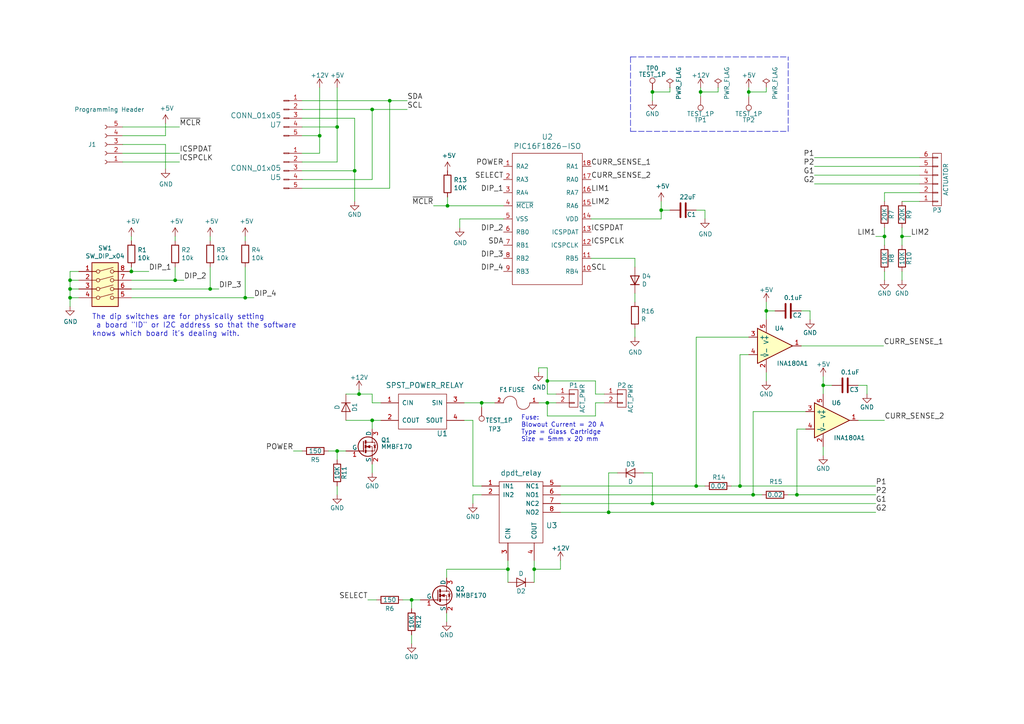
<source format=kicad_sch>
(kicad_sch (version 20211123) (generator eeschema)
  (paper "A4")
  (title_block (title "RLCS Relay_Board") (date "2022-11-25") (rev "A") (company "Waterloo Rocketry Team"))
  (lib_symbols
    (symbol "Connector:Conn_01x05_Female" (pin_names (offset 1.016) hide)
      (property "Reference" "J" (at 0 7.62 0))
      (property "Value" "Conn_01x05_Female" (at 0 -7.62 0))
      (symbol "Conn_01x05_Female_1_1"
        (arc (start 0 -4.572) (mid -0.508 -5.08) (end 0 -5.588) (stroke (width 0.1524)))
        (arc (start 0 -2.032) (mid -0.508 -2.54) (end 0 -3.048) (stroke (width 0.1524)))
        (polyline (pts (xy -1.27 -5.08) (xy -0.508 -5.08)) (stroke (width 0.1524)))
        (polyline (pts (xy -1.27 -2.54) (xy -0.508 -2.54)) (stroke (width 0.1524)))
        (polyline (pts (xy -1.27 0) (xy -0.508 0)) (stroke (width 0.1524)))
        (polyline (pts (xy -1.27 2.54) (xy -0.508 2.54)) (stroke (width 0.1524)))
        (polyline (pts (xy -1.27 5.08) (xy -0.508 5.08)) (stroke (width 0.1524)))
        (arc (start 0 0.508) (mid -0.508 0) (end 0 -0.508) (stroke (width 0.1524)))
        (arc (start 0 3.048) (mid -0.508 2.54) (end 0 2.032) (stroke (width 0.1524)))
        (arc (start 0 5.588) (mid -0.508 5.08) (end 0 4.572) (stroke (width 0.1524)))
        (pin passive line (at -5.08 5.08 0) (length 3.81) (name "Pin_1") (number "1"))
        (pin passive line (at -5.08 2.54 0) (length 3.81) (name "Pin_2") (number "2"))
        (pin passive line (at -5.08 0 0) (length 3.81) (name "Pin_3") (number "3"))
        (pin passive line (at -5.08 -2.54 0) (length 3.81) (name "Pin_4") (number "4"))
        (pin passive line (at -5.08 -5.08 0) (length 3.81) (name "Pin_5") (number "5"))
      )
    )
    (symbol "Device:C" (pin_numbers hide) (pin_names (offset 0.254))
      (property "Reference" "C" (at 0.635 2.54 0))
      (property "Value" "C" (at 0.635 -2.54 0))
      (symbol "C_0_1"
        (polyline (pts (xy -2.032 -0.762) (xy 2.032 -0.762)) (stroke (width 0.508)))
        (polyline (pts (xy -2.032 0.762) (xy 2.032 0.762)) (stroke (width 0.508)))
      )
      (symbol "C_1_1"
        (pin passive line (at 0 3.81 270) (length 2.794) (name "~") (number "1"))
        (pin passive line (at 0 -3.81 90) (length 2.794) (name "~") (number "2"))
      )
    )
    (symbol "Device:D" (pin_numbers hide) (pin_names (offset 1.016) hide)
      (property "Reference" "D" (at 0 2.54 0))
      (property "Value" "D" (at 0 -2.54 0))
      (symbol "D_0_1"
        (polyline (pts (xy -1.27 1.27) (xy -1.27 -1.27)) (stroke (width 0.254)))
        (polyline (pts (xy 1.27 0) (xy -1.27 0)))
        (polyline (pts (xy 1.27 1.27) (xy 1.27 -1.27) (xy -1.27 0) (xy 1.27 1.27)) (stroke (width 0.254)))
      )
      (symbol "D_1_1"
        (pin passive line (at -3.81 0 0) (length 2.54) (name "K") (number "1"))
        (pin passive line (at 3.81 0 180) (length 2.54) (name "A") (number "2"))
      )
    )
    (symbol "Device:R" (pin_numbers hide) (pin_names (offset 0))
      (property "Reference" "R" (at 2.032 0 90))
      (property "Value" "R" (at 0 0 90))
      (symbol "R_0_1"
        (rectangle (start -1.016 -2.54) (end 1.016 2.54) (stroke (width 0.254)))
      )
      (symbol "R_1_1"
        (pin passive line (at 0 3.81 270) (length 1.27) (name "~") (number "1"))
        (pin passive line (at 0 -3.81 90) (length 1.27) (name "~") (number "2"))
      )
    )
    (symbol "Switch:SW_DIP_x04" (pin_names (offset 0) hide)
      (property "Reference" "SW" (at 0 8.89 0))
      (property "Value" "SW_DIP_x04" (at 0 -6.35 0))
      (symbol "SW_DIP_x04_0_0"
        (circle (center -2.032 -2.54) (radius 0.508))
        (circle (center -2.032 0) (radius 0.508))
        (circle (center -2.032 2.54) (radius 0.508))
        (circle (center -2.032 5.08) (radius 0.508))
        (polyline (pts (xy -1.524 -2.3876) (xy 2.3622 -1.3462)))
        (polyline (pts (xy -1.524 0.127) (xy 2.3622 1.1684)))
        (polyline (pts (xy -1.524 2.667) (xy 2.3622 3.7084)))
        (polyline (pts (xy -1.524 5.207) (xy 2.3622 6.2484)))
        (circle (center 2.032 -2.54) (radius 0.508))
        (circle (center 2.032 0) (radius 0.508))
        (circle (center 2.032 2.54) (radius 0.508))
        (circle (center 2.032 5.08) (radius 0.508))
      )
      (symbol "SW_DIP_x04_0_1"
        (rectangle (start -3.81 7.62) (end 3.81 -5.08) (stroke (width 0.254)) (fill (type background)))
      )
      (symbol "SW_DIP_x04_1_1"
        (pin passive line (at -7.62 5.08 0) (length 5.08) (name "~") (number "1"))
        (pin passive line (at -7.62 2.54 0) (length 5.08) (name "~") (number "2"))
        (pin passive line (at -7.62 0 0) (length 5.08) (name "~") (number "3"))
        (pin passive line (at -7.62 -2.54 0) (length 5.08) (name "~") (number "4"))
        (pin passive line (at 7.62 -2.54 180) (length 5.08) (name "~") (number "5"))
        (pin passive line (at 7.62 0 180) (length 5.08) (name "~") (number "6"))
        (pin passive line (at 7.62 2.54 180) (length 5.08) (name "~") (number "7"))
        (pin passive line (at 7.62 5.08 180) (length 5.08) (name "~") (number "8"))
      )
    )
    (symbol "power:+5V" (power) (pin_names (offset 0))
      (property "Value" "+5V" (at 0 3.556 0))
      (symbol "+5V_0_1"
        (polyline (pts (xy -0.762 1.27) (xy 0 2.54)))
        (polyline (pts (xy 0 0) (xy 0 2.54)))
        (polyline (pts (xy 0 2.54) (xy 0.762 1.27)))
      )
      (symbol "+5V_1_1"
        (pin power_in line (at 0 0 90) (length 0) hide (name "+5V") (number "1"))
      )
    )
    (symbol "power:GND" (power) (pin_names (offset 0))
      (property "Value" "GND" (at 0 -3.81 0))
      (symbol "GND_0_1"
        (polyline (pts (xy 0 0) (xy 0 -1.27) (xy 1.27 -1.27) (xy 0 -2.54) (xy -1.27 -1.27) (xy 0 -1.27)))
      )
      (symbol "GND_1_1"
        (pin power_in line (at 0 0 270) (length 0) hide (name "GND") (number "1"))
      )
    )
    (symbol "power:PWR_FLAG" (power) (pin_numbers hide) (pin_names (offset 0) hide)
      (property "Value" "PWR_FLAG" (at 0 3.81 0))
      (symbol "PWR_FLAG_0_0"
        (pin power_out line (at 0 0 90) (length 0) (name "pwr") (number "1"))
      )
      (symbol "PWR_FLAG_0_1"
        (polyline (pts (xy 0 0) (xy 0 1.27) (xy -1.016 1.905) (xy 0 2.54) (xy 1.016 1.905) (xy 0 1.27)))
      )
    )
    (symbol "rlcsv4_modular-rescue:+12V-rlcsv3_modular-rescue" (power) (pin_names (offset 0))
      (property "Value" "+12V-rlcsv3_modular-rescue" (at 0 3.556 0))
      (symbol "+12V-rlcsv3_modular-rescue_0_1"
        (polyline (pts (xy -0.762 1.27) (xy 0 2.54)))
        (polyline (pts (xy 0 0) (xy 0 2.54)))
        (polyline (pts (xy 0 2.54) (xy 0.762 1.27)))
      )
      (symbol "+12V-rlcsv3_modular-rescue_1_1"
        (pin power_in line (at 0 0 90) (length 0) hide (name "+12V") (number "1"))
      )
    )
    (symbol "rlcsv4_modular-rescue:+5V-rlcsv3_modular-rescue" (power) (pin_names (offset 0))
      (property "Value" "+5V-rlcsv3_modular-rescue" (at 0 3.556 0))
      (symbol "+5V-rlcsv3_modular-rescue_0_1"
        (polyline (pts (xy -0.762 1.27) (xy 0 2.54)))
        (polyline (pts (xy 0 0) (xy 0 2.54)))
        (polyline (pts (xy 0 2.54) (xy 0.762 1.27)))
      )
      (symbol "+5V-rlcsv3_modular-rescue_1_1"
        (pin power_in line (at 0 0 90) (length 0) hide (name "+5V") (number "1"))
      )
    )
    (symbol "rlcsv4_modular-rescue:C-rlcsv3_modular-rescue" (pin_numbers hide) (pin_names (offset 0.254))
      (property "Reference" "C" (at 0.635 2.54 0))
      (property "Value" "C-rlcsv3_modular-rescue" (at 0.635 -2.54 0))
      (symbol "C-rlcsv3_modular-rescue_0_1"
        (polyline (pts (xy -2.032 -0.762) (xy 2.032 -0.762)) (stroke (width 0.508)))
        (polyline (pts (xy -2.032 0.762) (xy 2.032 0.762)) (stroke (width 0.508)))
      )
      (symbol "C-rlcsv3_modular-rescue_1_1"
        (pin passive line (at 0 3.81 270) (length 2.794) (name "~") (number "1"))
        (pin passive line (at 0 -3.81 90) (length 2.794) (name "~") (number "2"))
      )
    )
    (symbol "rlcsv4_modular-rescue:CONN_01X02-rlcsv3_modular-rescue" (pin_names (offset 1.016) hide)
      (property "Reference" "J" (at 0 3.81 0))
      (property "Value" "CONN_01X02-rlcsv3_modular-rescue" (at 2.54 0 90))
      (symbol "CONN_01X02-rlcsv3_modular-rescue_0_1"
        (rectangle (start -1.27 -1.143) (end 0.254 -1.397))
        (rectangle (start -1.27 1.397) (end 0.254 1.143))
        (rectangle (start -1.27 2.54) (end 1.27 -2.54))
      )
      (symbol "CONN_01X02-rlcsv3_modular-rescue_1_1"
        (pin passive line (at -5.08 1.27 0) (length 3.81) (name "P1") (number "1"))
        (pin passive line (at -5.08 -1.27 0) (length 3.81) (name "P2") (number "2"))
      )
    )
    (symbol "rlcsv4_modular-rescue:CONN_01X06-rlcsv3_modular-rescue" (pin_names (offset 1.016) hide)
      (property "Reference" "J" (at 0 8.89 0))
      (property "Value" "CONN_01X06-rlcsv3_modular-rescue" (at 2.54 0 90))
      (symbol "CONN_01X06-rlcsv3_modular-rescue_0_1"
        (rectangle (start -1.27 -6.223) (end 0.254 -6.477))
        (rectangle (start -1.27 -3.683) (end 0.254 -3.937))
        (rectangle (start -1.27 -1.143) (end 0.254 -1.397))
        (rectangle (start -1.27 1.397) (end 0.254 1.143))
        (rectangle (start -1.27 3.937) (end 0.254 3.683))
        (rectangle (start -1.27 6.477) (end 0.254 6.223))
        (rectangle (start -1.27 7.62) (end 1.27 -7.62))
      )
      (symbol "CONN_01X06-rlcsv3_modular-rescue_1_1"
        (pin passive line (at -5.08 6.35 0) (length 3.81) (name "P1") (number "1"))
        (pin passive line (at -5.08 3.81 0) (length 3.81) (name "P2") (number "2"))
        (pin passive line (at -5.08 1.27 0) (length 3.81) (name "P3") (number "3"))
        (pin passive line (at -5.08 -1.27 0) (length 3.81) (name "P4") (number "4"))
        (pin passive line (at -5.08 -3.81 0) (length 3.81) (name "P5") (number "5"))
        (pin passive line (at -5.08 -6.35 0) (length 3.81) (name "P6") (number "6"))
      )
    )
    (symbol "rlcsv4_modular-rescue:CONN_01x05-rlcsv3_modular-rescue" (pin_names (offset 1.016))
      (property "Reference" "U" (at 0 2.54 0))
      (property "Value" "CONN_01x05-rlcsv3_modular-rescue" (at 3.81 -3.81 90))
      (symbol "CONN_01x05-rlcsv3_modular-rescue_1_1"
        (rectangle (start 0 -10.033) (end 1.524 -10.287))
        (rectangle (start 0 -7.493) (end 1.524 -7.747))
        (rectangle (start 0 -4.953) (end 1.524 -5.207))
        (rectangle (start 0 -2.413) (end 1.524 -2.667))
        (rectangle (start 0 0.127) (end 1.524 -0.127))
        (pin passive line (at -3.81 -10.16 0) (length 3.81) (name "~") (number "1"))
        (pin passive line (at -3.81 -7.62 0) (length 3.81) (name "~") (number "2"))
        (pin passive line (at -3.81 -5.08 0) (length 3.81) (name "~") (number "3"))
        (pin passive line (at -3.81 -2.54 0) (length 3.81) (name "~") (number "4"))
        (pin passive line (at -3.81 0 0) (length 3.81) (name "~") (number "5"))
      )
    )
    (symbol "rlcsv4_modular-rescue:D-rlcsv3_modular-rescue" (pin_numbers hide) (pin_names (offset 1.016) hide)
      (property "Reference" "D" (at 0 2.54 0))
      (property "Value" "D-rlcsv3_modular-rescue" (at 0 -2.54 0))
      (symbol "D-rlcsv3_modular-rescue_0_1"
        (polyline (pts (xy -1.27 1.27) (xy -1.27 -1.27)) (stroke (width 0.2032)))
        (polyline (pts (xy 1.27 0) (xy -1.27 0)))
        (polyline (pts (xy 1.27 1.27) (xy 1.27 -1.27) (xy -1.27 0) (xy 1.27 1.27)) (stroke (width 0.2032)))
      )
      (symbol "D-rlcsv3_modular-rescue_1_1"
        (pin passive line (at -3.81 0 0) (length 2.54) (name "K") (number "1"))
        (pin passive line (at 3.81 0 180) (length 2.54) (name "A") (number "2"))
      )
    )
    (symbol "rlcsv4_modular-rescue:FUSE-rlcsv3_modular-rescue" (pin_names (offset 0.254))
      (property "Reference" "F" (at 2.54 1.27 0))
      (property "Value" "FUSE-rlcsv3_modular-rescue" (at -2.54 -1.27 0))
      (symbol "FUSE-rlcsv3_modular-rescue_0_1"
        (arc (start 0 0) (mid -1.905 1.905) (end -3.81 0))
        (arc (start 0 0) (mid 1.905 -1.905) (end 3.81 0))
      )
      (symbol "FUSE-rlcsv3_modular-rescue_1_1"
        (pin input line (at -6.35 0 0) (length 2.54) (name "~") (number "1"))
        (pin input line (at 6.35 0 180) (length 2.54) (name "~") (number "2"))
      )
    )
    (symbol "rlcsv4_modular-rescue:GND-rlcsv3_modular-rescue" (power) (pin_names (offset 0))
      (property "Value" "GND-rlcsv3_modular-rescue" (at 0 -3.81 0))
      (symbol "GND-rlcsv3_modular-rescue_0_1"
        (polyline (pts (xy 0 0) (xy 0 -1.27) (xy 1.27 -1.27) (xy 0 -2.54) (xy -1.27 -1.27) (xy 0 -1.27)))
      )
      (symbol "GND-rlcsv3_modular-rescue_1_1"
        (pin power_in line (at 0 0 270) (length 0) hide (name "GND") (number "1"))
      )
    )
    (symbol "rlcsv4_modular-rescue:MCP601-rlcsv3_modular-rescue"
      (property "Reference" "U" (at 1.27 5.08 0))
      (property "Value" "MCP601-rlcsv3_modular-rescue" (at 5.08 -5.08 0))
      (symbol "MCP601-rlcsv3_modular-rescue_0_1"
        (polyline (pts (xy -5.08 5.08) (xy 5.08 0) (xy -5.08 -5.08) (xy -5.08 5.08)) (stroke (width 0.254)) (fill (type background)))
      )
      (symbol "MCP601-rlcsv3_modular-rescue_1_1"
        (pin output line (at 7.62 0 180) (length 2.54) (name "~") (number "1"))
        (pin input line (at -2.54 -7.62 90) (length 3.81) (name "V-") (number "2"))
        (pin input line (at -7.62 2.54 0) (length 2.54) (name "+") (number "3"))
        (pin input line (at -7.62 -2.54 0) (length 2.54) (name "-") (number "4"))
        (pin input line (at -2.54 7.62 270) (length 3.81) (name "V+") (number "5"))
      )
    )
    (symbol "rlcsv4_modular-rescue:MMBF170-rlcsv3_modular-rescue" (pin_names (offset 0))
      (property "Reference" "Q" (at 5.08 1.905 0))
      (property "Value" "MMBF170-rlcsv3_modular-rescue" (at 5.08 0 0))
      (symbol "MMBF170-rlcsv3_modular-rescue_0_1"
        (polyline (pts (xy 0.635 -1.016) (xy 0.635 -1.651)) (stroke (width 0.508)))
        (polyline (pts (xy 0.635 0.381) (xy 0.635 -0.381)) (stroke (width 0.508)))
        (polyline (pts (xy 0.635 1.651) (xy 0.635 1.016)) (stroke (width 0.508)))
        (polyline (pts (xy 3.048 0.381) (xy 2.921 0.254)))
        (polyline (pts (xy 3.048 0.381) (xy 3.556 0.381)))
        (polyline (pts (xy 3.556 0.381) (xy 3.683 0.508)))
        (polyline (pts (xy 0 1.524) (xy 0 -1.524) (xy 0 -1.524)) (stroke (width 0.254)))
        (polyline (pts (xy 0.762 -1.27) (xy 2.54 -1.27) (xy 2.54 -2.54) (xy 2.54 -2.54)))
        (polyline (pts (xy 0.762 1.27) (xy 2.54 1.27) (xy 2.54 2.54) (xy 2.54 2.54)))
        (polyline (pts (xy 2.54 1.27) (xy 3.302 1.27) (xy 3.302 -1.27) (xy 2.54 -1.27)))
        (polyline (pts (xy 3.302 0.381) (xy 3.048 -0.254) (xy 3.556 -0.254) (xy 3.302 0.381)) (fill (type outline)))
        (polyline (pts (xy 0.762 0) (xy 1.27 0) (xy 2.54 0) (xy 2.54 -1.27) (xy 2.54 -1.27)))
        (polyline (pts (xy 0.889 0) (xy 1.905 0.381) (xy 1.905 -0.381) (xy 0.889 0) (xy 1.016 0) (xy 1.016 0)) (fill (type outline)))
        (circle (center 1.27 0) (radius 2.8194) (stroke (width 0.254)))
        (circle (center 2.54 -1.27) (radius 0.127))
        (circle (center 2.54 1.27) (radius 0.127))
      )
      (symbol "MMBF170-rlcsv3_modular-rescue_1_1"
        (pin input line (at -5.08 -1.27 0) (length 5.08) (name "G") (number "1"))
        (pin passive line (at 2.54 -5.08 90) (length 2.54) (name "S") (number "2"))
        (pin passive line (at 2.54 5.08 270) (length 2.54) (name "D") (number "3"))
      )
    )
    (symbol "rlcsv4_modular-rescue:PIC16F1826-ISO-rlcsv3_modular-rescue" (pin_names (offset 1.016))
      (property "Reference" "U" (at 0 11.43 0))
      (property "Value" "PIC16F1826-ISO-rlcsv3_modular-rescue" (at 0 13.97 0))
      (symbol "PIC16F1826-ISO-rlcsv3_modular-rescue_0_1"
        (rectangle (start -10.16 10.16) (end 10.16 -27.94))
      )
      (symbol "PIC16F1826-ISO-rlcsv3_modular-rescue_1_1"
        (pin input line (at -12.7 6.35 0) (length 2.54) (name "RA2") (number "1"))
        (pin input line (at 12.7 -24.13 180) (length 2.54) (name "RB4") (number "10"))
        (pin input line (at 12.7 -20.32 180) (length 2.54) (name "RB5") (number "11"))
        (pin input line (at 12.7 -16.51 180) (length 2.54) (name "ICSPCLK") (number "12"))
        (pin input line (at 12.7 -12.7 180) (length 2.54) (name "ICSPDAT") (number "13"))
        (pin input line (at 12.7 -8.89 180) (length 2.54) (name "VDD") (number "14"))
        (pin input line (at 12.7 -5.08 180) (length 2.54) (name "RA6") (number "15"))
        (pin input line (at 12.7 -1.27 180) (length 2.54) (name "RA7") (number "16"))
        (pin input line (at 12.7 2.54 180) (length 2.54) (name "RA0") (number "17"))
        (pin input line (at 12.7 6.35 180) (length 2.54) (name "RA1") (number "18"))
        (pin input line (at -12.7 2.54 0) (length 2.54) (name "RA3") (number "2"))
        (pin input line (at -12.7 -1.27 0) (length 2.54) (name "RA4") (number "3"))
        (pin input line (at -12.7 -5.08 0) (length 2.54) (name "~{MCLR}") (number "4"))
        (pin input line (at -12.7 -8.89 0) (length 2.54) (name "VSS") (number "5"))
        (pin input line (at -12.7 -12.7 0) (length 2.54) (name "RB0") (number "6"))
        (pin input line (at -12.7 -16.51 0) (length 2.54) (name "RB1") (number "7"))
        (pin input line (at -12.7 -20.32 0) (length 2.54) (name "RB2") (number "8"))
        (pin input line (at -12.7 -24.13 0) (length 2.54) (name "RB3") (number "9"))
      )
    )
    (symbol "rlcsv4_modular-rescue:R-rlcsv3_modular-rescue" (pin_numbers hide) (pin_names (offset 0))
      (property "Reference" "R" (at 2.032 0 90))
      (property "Value" "R-rlcsv3_modular-rescue" (at 0 0 90))
      (symbol "R-rlcsv3_modular-rescue_0_1"
        (rectangle (start -1.016 -2.54) (end 1.016 2.54) (stroke (width 0.254)))
      )
      (symbol "R-rlcsv3_modular-rescue_1_1"
        (pin passive line (at 0 3.81 270) (length 1.27) (name "~") (number "1"))
        (pin passive line (at 0 -3.81 90) (length 1.27) (name "~") (number "2"))
      )
    )
    (symbol "rlcsv4_modular-rescue:SPST_POWER_RELAY-rlcsv3_modular-rescue" (pin_names (offset 1.016))
      (property "Reference" "U" (at 5.08 -13.97 0))
      (property "Value" "SPST_POWER_RELAY-rlcsv3_modular-rescue" (at 0 0 0))
      (symbol "SPST_POWER_RELAY-rlcsv3_modular-rescue_0_1"
        (rectangle (start -7.62 -2.54) (end 6.35 -12.7))
      )
      (symbol "SPST_POWER_RELAY-rlcsv3_modular-rescue_1_1"
        (pin input line (at -12.7 -5.08 0) (length 5.08) (name "CIN") (number "1"))
        (pin output line (at -12.7 -10.16 0) (length 5.08) (name "COUT") (number "2"))
        (pin input line (at 11.43 -5.08 180) (length 5.08) (name "SIN") (number "3"))
        (pin output line (at 11.43 -10.16 180) (length 5.08) (name "SOUT") (number "4"))
      )
    )
    (symbol "rlcsv4_modular-rescue:TEST_1P-rlcsv3_modular-rescue" (pin_numbers hide) (pin_names (offset 0.762) hide)
      (property "Reference" "J" (at 0 6.858 0))
      (property "Value" "TEST_1P-rlcsv3_modular-rescue" (at 0 5.08 0))
      (symbol "TEST_1P-rlcsv3_modular-rescue_0_1"
        (circle (center 0 3.302) (radius 0.762))
      )
      (symbol "TEST_1P-rlcsv3_modular-rescue_1_1"
        (pin passive line (at 0 0 90) (length 2.54) (name "1") (number "1"))
      )
    )
    (symbol "rlcsv4_modular-rescue:dpdt_relay-rlcsv3_modular-rescue" (pin_names (offset 1.016))
      (property "Reference" "U" (at 8.89 -15.24 0))
      (property "Value" "dpdt_relay-rlcsv3_modular-rescue" (at 0 0 0))
      (symbol "dpdt_relay-rlcsv3_modular-rescue_0_1"
        (rectangle (start -6.35 -2.54) (end 6.35 -20.32))
      )
      (symbol "dpdt_relay-rlcsv3_modular-rescue_1_1"
        (pin input line (at -11.43 -3.81 0) (length 5.08) (name "IN1") (number "1"))
        (pin input line (at -11.43 -6.35 0) (length 5.08) (name "IN2") (number "2"))
        (pin input line (at -3.81 -25.4 90) (length 5.08) (name "CIN") (number "3"))
        (pin input line (at 3.81 -25.4 90) (length 5.08) (name "COUT") (number "4"))
        (pin input line (at 11.43 -3.81 180) (length 5.08) (name "NC1") (number "5"))
        (pin input line (at 11.43 -6.35 180) (length 5.08) (name "NO1") (number "6"))
        (pin input line (at 11.43 -8.89 180) (length 5.08) (name "NC2") (number "7"))
        (pin input line (at 11.43 -11.43 180) (length 5.08) (name "NO2") (number "8"))
      )
    )
  )
  (junction (at 20.32 86.36))
  (junction (at 38.1 78.74))
  (junction (at 129.794 59.69))
  (junction (at 139.7 116.84))
  (junction (at 176.53 148.59))
  (junction (at 104.14 114.3))
  (junction (at 97.79 36.83))
  (junction (at 158.75 116.84))
  (junction (at 107.95 121.92))
  (junction (at 113.03 29.21))
  (junction (at 97.79 130.81))
  (junction (at 20.32 81.28))
  (junction (at 60.96 83.82))
  (junction (at 261.62 68.58))
  (junction (at 189.23 146.05))
  (junction (at 158.75 110.49))
  (junction (at 217.17 26.67))
  (junction (at 191.77 60.96))
  (junction (at 119.38 173.99))
  (junction (at 102.87 49.53))
  (junction (at 147.32 165.1))
  (junction (at 218.44 143.51))
  (junction (at 154.94 165.1))
  (junction (at 231.14 143.51))
  (junction (at 20.32 83.82))
  (junction (at 71.12 86.36))
  (junction (at 214.63 140.97))
  (junction (at 189.23 26.67))
  (junction (at 238.76 111.76))
  (junction (at 50.8 81.28))
  (junction (at 201.93 140.97))
  (junction (at 203.2 26.67))
  (junction (at 107.95 31.75))
  (junction (at 222.25 90.17))
  (junction (at 92.71 39.37))
  (junction (at 256.54 68.58))
  (polyline (pts (xy 182.88 16.51) (xy 228.6 16.51)))
  (wire (pts (xy 261.62 68.58) (xy 261.62 66.04)))
  (wire (pts (xy 158.75 120.65) (xy 172.72 120.65)))
  (wire (pts (xy 231.14 143.51) (xy 254 143.51)))
  (wire (pts (xy 218.44 119.38) (xy 233.68 119.38)))
  (wire (pts (xy 143.51 116.84) (xy 139.7 116.84)))
  (wire (pts (xy 154.94 165.1) (xy 162.56 165.1)))
  (wire (pts (xy 176.53 148.59) (xy 254 148.59)))
  (wire (pts (xy 176.53 137.16) (xy 176.53 148.59)))
  (wire (pts (xy 261.62 68.58) (xy 261.62 71.12)))
  (wire (pts (xy 214.63 102.87) (xy 214.63 140.97)))
  (wire (pts (xy 71.12 68.58) (xy 71.12 69.85)))
  (wire (pts (xy 53.34 81.28) (xy 50.8 81.28)))
  (wire (pts (xy 20.32 83.82) (xy 20.32 86.36)))
  (wire (pts (xy 60.96 83.82) (xy 38.1 83.82)))
  (wire (pts (xy 35.56 46.99) (xy 52.07 46.99)))
  (wire (pts (xy 201.93 60.96) (xy 204.47 60.96)))
  (wire (pts (xy 184.15 74.93) (xy 171.45 74.93)))
  (wire (pts (xy 158.75 116.84) (xy 158.75 120.65)))
  (wire (pts (xy 217.17 102.87) (xy 214.63 102.87)))
  (wire (pts (xy 113.03 29.21) (xy 113.03 54.61)))
  (wire (pts (xy 156.21 116.84) (xy 158.75 116.84)))
  (wire (pts (xy 104.14 113.03) (xy 104.14 114.3)))
  (wire (pts (xy 134.62 116.84) (xy 139.7 116.84)))
  (wire (pts (xy 189.23 146.05) (xy 254 146.05)))
  (wire (pts (xy 22.86 83.82) (xy 20.32 83.82)))
  (wire (pts (xy 220.98 143.51) (xy 218.44 143.51)))
  (wire (pts (xy 102.87 49.53) (xy 102.87 58.42)))
  (wire (pts (xy 137.16 143.51) (xy 139.7 143.51)))
  (wire (pts (xy 228.6 143.51) (xy 231.14 143.51)))
  (wire (pts (xy 107.95 137.16) (xy 107.95 134.62)))
  (wire (pts (xy 116.84 173.99) (xy 119.38 173.99)))
  (wire (pts (xy 106.68 173.99) (xy 109.22 173.99)))
  (wire (pts (xy 191.77 60.96) (xy 194.31 60.96)))
  (wire (pts (xy 87.63 29.21) (xy 113.03 29.21)))
  (wire (pts (xy 100.33 114.3) (xy 104.14 114.3)))
  (wire (pts (xy 48.006 35.814) (xy 48.006 39.37)))
  (wire (pts (xy 87.63 36.83) (xy 97.79 36.83)))
  (wire (pts (xy 137.16 121.92) (xy 134.62 121.92)))
  (wire (pts (xy 129.54 165.1) (xy 129.54 167.64)))
  (wire (pts (xy 217.17 97.79) (xy 201.93 97.79)))
  (wire (pts (xy 222.25 110.49) (xy 222.25 107.95)))
  (wire (pts (xy 251.46 111.76) (xy 251.46 114.3)))
  (wire (pts (xy 238.76 111.76) (xy 238.76 114.3)))
  (wire (pts (xy 162.56 143.51) (xy 218.44 143.51)))
  (wire (pts (xy 238.76 129.54) (xy 238.76 132.08)))
  (wire (pts (xy 172.72 116.84) (xy 172.72 120.65)))
  (wire (pts (xy 73.66 86.36) (xy 71.12 86.36)))
  (wire (pts (xy 248.92 111.76) (xy 251.46 111.76)))
  (wire (pts (xy 97.79 130.81) (xy 97.79 133.35)))
  (wire (pts (xy 71.12 77.47) (xy 71.12 86.36)))
  (wire (pts (xy 186.69 137.16) (xy 189.23 137.16)))
  (wire (pts (xy 264.16 68.58) (xy 261.62 68.58)))
  (wire (pts (xy 154.94 168.91) (xy 154.94 165.1)))
  (wire (pts (xy 71.12 86.36) (xy 38.1 86.36)))
  (wire (pts (xy 256.54 81.28) (xy 256.54 78.74)))
  (wire (pts (xy 256.54 58.42) (xy 256.54 55.88)))
  (wire (pts (xy 203.2 26.67) (xy 203.2 27.94)))
  (wire (pts (xy 236.22 50.8) (xy 266.7 50.8)))
  (wire (pts (xy 87.63 46.99) (xy 97.79 46.99)))
  (wire (pts (xy 137.16 140.97) (xy 139.7 140.97)))
  (wire (pts (xy 212.09 140.97) (xy 214.63 140.97)))
  (wire (pts (xy 231.14 124.46) (xy 231.14 143.51)))
  (wire (pts (xy 184.15 87.63) (xy 184.15 85.09)))
  (wire (pts (xy 92.71 39.37) (xy 92.71 44.45)))
  (wire (pts (xy 107.95 116.84) (xy 107.95 114.3)))
  (wire (pts (xy 87.63 54.61) (xy 113.03 54.61)))
  (wire (pts (xy 92.71 25.4) (xy 92.71 39.37)))
  (wire (pts (xy 158.75 114.3) (xy 158.75 110.49)))
  (wire (pts (xy 60.96 77.47) (xy 60.96 83.82)))
  (wire (pts (xy 236.22 48.26) (xy 266.7 48.26)))
  (wire (pts (xy 38.1 81.28) (xy 50.8 81.28)))
  (wire (pts (xy 175.26 114.3) (xy 172.72 114.3)))
  (wire (pts (xy 194.31 25.4) (xy 194.31 26.67)))
  (wire (pts (xy 129.794 57.15) (xy 129.794 59.69)))
  (wire (pts (xy 224.79 90.17) (xy 222.25 90.17)))
  (wire (pts (xy 125.73 59.69) (xy 129.794 59.69)))
  (wire (pts (xy 35.56 36.83) (xy 52.07 36.83)))
  (wire (pts (xy 162.56 162.56) (xy 162.56 165.1)))
  (wire (pts (xy 162.56 140.97) (xy 201.93 140.97)))
  (wire (pts (xy 217.17 25.4) (xy 217.17 26.67)))
  (wire (pts (xy 119.38 173.99) (xy 119.38 176.53)))
  (wire (pts (xy 119.38 186.69) (xy 119.38 184.15)))
  (wire (pts (xy 100.33 121.92) (xy 107.95 121.92)))
  (wire (pts (xy 184.15 77.47) (xy 184.15 74.93)))
  (wire (pts (xy 147.32 165.1) (xy 147.32 168.91)))
  (wire (pts (xy 113.03 29.21) (xy 118.11 29.21)))
  (wire (pts (xy 133.35 63.5) (xy 146.05 63.5)))
  (wire (pts (xy 238.76 109.22) (xy 238.76 111.76)))
  (wire (pts (xy 20.32 86.36) (xy 20.32 88.9)))
  (wire (pts (xy 107.95 31.75) (xy 118.11 31.75)))
  (wire (pts (xy 102.87 34.29) (xy 102.87 49.53)))
  (wire (pts (xy 20.32 78.74) (xy 20.32 81.28)))
  (wire (pts (xy 154.94 162.56) (xy 154.94 165.1)))
  (wire (pts (xy 194.31 26.67) (xy 189.23 26.67)))
  (wire (pts (xy 104.14 114.3) (xy 107.95 114.3)))
  (wire (pts (xy 222.25 90.17) (xy 222.25 92.71)))
  (wire (pts (xy 238.76 111.76) (xy 241.3 111.76)))
  (wire (pts (xy 139.7 118.11) (xy 139.7 116.84)))
  (wire (pts (xy 201.93 97.79) (xy 201.93 140.97)))
  (wire (pts (xy 191.77 60.96) (xy 191.77 63.5)))
  (wire (pts (xy 222.25 25.4) (xy 222.25 26.67)))
  (wire (pts (xy 22.86 78.74) (xy 20.32 78.74)))
  (wire (pts (xy 254 68.58) (xy 256.54 68.58)))
  (wire (pts (xy 119.38 173.99) (xy 121.92 173.99)))
  (wire (pts (xy 204.47 60.96) (xy 204.47 63.5)))
  (wire (pts (xy 38.1 69.85) (xy 38.1 68.58)))
  (wire (pts (xy 85.09 130.81) (xy 87.63 130.81)))
  (wire (pts (xy 92.71 44.45) (xy 87.63 44.45)))
  (wire (pts (xy 232.41 100.33) (xy 256.286 100.33)))
  (wire (pts (xy 179.07 137.16) (xy 176.53 137.16)))
  (wire (pts (xy 97.79 25.4) (xy 97.79 36.83)))
  (wire (pts (xy 87.63 34.29) (xy 102.87 34.29)))
  (wire (pts (xy 208.28 26.67) (xy 203.2 26.67)))
  (wire (pts (xy 107.95 121.92) (xy 110.49 121.92)))
  (wire (pts (xy 222.25 26.67) (xy 217.17 26.67)))
  (wire (pts (xy 234.95 90.17) (xy 234.95 92.71)))
  (wire (pts (xy 158.75 106.68) (xy 156.21 106.68)))
  (wire (pts (xy 137.16 143.51) (xy 137.16 146.05)))
  (polyline (pts (xy 182.88 38.1) (xy 228.6 38.1)))
  (wire (pts (xy 129.794 59.69) (xy 146.05 59.69)))
  (wire (pts (xy 97.79 36.83) (xy 97.79 46.99)))
  (wire (pts (xy 107.95 116.84) (xy 110.49 116.84)))
  (wire (pts (xy 256.54 68.58) (xy 256.54 66.04)))
  (wire (pts (xy 107.95 31.75) (xy 107.95 52.07)))
  (wire (pts (xy 266.7 58.42) (xy 261.62 58.42)))
  (wire (pts (xy 158.75 110.49) (xy 172.72 110.49)))
  (wire (pts (xy 87.63 49.53) (xy 102.87 49.53)))
  (wire (pts (xy 256.54 55.88) (xy 266.7 55.88)))
  (wire (pts (xy 129.54 177.8) (xy 129.54 180.34)))
  (wire (pts (xy 214.63 140.97) (xy 254 140.97)))
  (wire (pts (xy 87.63 52.07) (xy 107.95 52.07)))
  (wire (pts (xy 22.86 86.36) (xy 20.32 86.36)))
  (wire (pts (xy 158.75 110.49) (xy 158.75 106.68)))
  (wire (pts (xy 50.8 68.58) (xy 50.8 69.85)))
  (wire (pts (xy 256.54 68.58) (xy 256.54 71.12)))
  (wire (pts (xy 60.96 68.58) (xy 60.96 69.85)))
  (wire (pts (xy 175.26 116.84) (xy 172.72 116.84)))
  (wire (pts (xy 87.63 39.37) (xy 92.71 39.37)))
  (wire (pts (xy 137.16 121.92) (xy 137.16 140.97)))
  (wire (pts (xy 97.79 130.81) (xy 100.33 130.81)))
  (wire (pts (xy 107.95 121.92) (xy 107.95 124.46)))
  (wire (pts (xy 35.56 44.45) (xy 52.07 44.45)))
  (wire (pts (xy 236.22 45.72) (xy 266.7 45.72)))
  (wire (pts (xy 22.86 81.28) (xy 20.32 81.28)))
  (wire (pts (xy 203.2 25.4) (xy 203.2 26.67)))
  (wire (pts (xy 233.68 124.46) (xy 231.14 124.46)))
  (wire (pts (xy 48.006 41.91) (xy 48.006 49.022)))
  (wire (pts (xy 97.79 143.51) (xy 97.79 140.97)))
  (wire (pts (xy 95.25 130.81) (xy 97.79 130.81)))
  (wire (pts (xy 162.56 148.59) (xy 176.53 148.59)))
  (wire (pts (xy 133.35 66.04) (xy 133.35 63.5)))
  (wire (pts (xy 222.25 87.63) (xy 222.25 90.17)))
  (wire (pts (xy 218.44 143.51) (xy 218.44 119.38)))
  (wire (pts (xy 162.56 146.05) (xy 189.23 146.05)))
  (polyline (pts (xy 182.88 16.51) (xy 182.88 38.1)))
  (wire (pts (xy 156.21 106.68) (xy 156.21 107.95)))
  (wire (pts (xy 189.23 137.16) (xy 189.23 146.05)))
  (wire (pts (xy 172.72 114.3) (xy 172.72 110.49)))
  (wire (pts (xy 191.77 58.42) (xy 191.77 60.96)))
  (wire (pts (xy 204.47 140.97) (xy 201.93 140.97)))
  (wire (pts (xy 63.5 83.82) (xy 60.96 83.82)))
  (wire (pts (xy 171.45 63.5) (xy 191.77 63.5)))
  (wire (pts (xy 248.92 121.92) (xy 256.54 121.92)))
  (wire (pts (xy 208.28 25.4) (xy 208.28 26.67)))
  (wire (pts (xy 161.29 116.84) (xy 158.75 116.84)))
  (wire (pts (xy 147.32 162.56) (xy 147.32 165.1)))
  (wire (pts (xy 232.41 90.17) (xy 234.95 90.17)))
  (wire (pts (xy 129.54 165.1) (xy 147.32 165.1)))
  (wire (pts (xy 35.56 41.91) (xy 48.006 41.91)))
  (wire (pts (xy 43.18 78.74) (xy 38.1 78.74)))
  (polyline (pts (xy 228.6 38.1) (xy 228.6 16.51)))
  (wire (pts (xy 87.63 31.75) (xy 107.95 31.75)))
  (wire (pts (xy 50.8 81.28) (xy 50.8 77.47)))
  (wire (pts (xy 48.006 39.37) (xy 35.56 39.37)))
  (wire (pts (xy 189.23 26.67) (xy 189.23 29.21)))
  (wire (pts (xy 161.29 114.3) (xy 158.75 114.3)))
  (wire (pts (xy 236.22 53.34) (xy 266.7 53.34)))
  (wire (pts (xy 20.32 81.28) (xy 20.32 83.82)))
  (wire (pts (xy 217.17 26.67) (xy 217.17 27.94)))
  (wire (pts (xy 184.15 95.25) (xy 184.15 97.79)))
  (wire (pts (xy 38.1 77.47) (xy 38.1 78.74)))
  (wire (pts (xy 261.62 78.74) (xy 261.62 81.28)))
  (text "Fuse: \nBlowout Current = 20 A\nType = Glass Cartridge\nSize = 5mm x 20 mm" (at 151.13 128.27 0) (effects (font (size 1.3 1.3)) (justify left bottom)))
  (text "The dip switches are for physically setting\n a board \"ID\" or I2C address so that the software \nknows which board it's dealing with." (at 26.67 97.79 0) (effects (font (size 1.524 1.524)) (justify left bottom)))
  (label "~{MCLR}" (at 125.73 59.69 180) (effects (font (size 1.524 1.524))))
  (label "DIP_3" (at 63.5 83.82 0) (effects (font (size 1.524 1.524))))
  (label "CURR_SENSE_2" (at 256.54 121.92 0) (effects (font (size 1.524 1.524))))
  (label "ICSPCLK" (at 171.45 71.12 0) (effects (font (size 1.524 1.524))))
  (label "DIP_4" (at 146.05 78.74 180) (effects (font (size 1.524 1.524))))
  (label "POWER" (at 146.05 48.26 180) (effects (font (size 1.524 1.524))))
  (label "SCL" (at 171.45 78.74 0) (effects (font (size 1.524 1.524))))
  (label "SDA" (at 146.05 71.12 180) (effects (font (size 1.524 1.524))))
  (label "SELECT" (at 106.68 173.99 180) (effects (font (size 1.524 1.524))))
  (label "CURR_SENSE_1" (at 256.286 100.33 0) (effects (font (size 1.524 1.524))))
  (label "CURR_SENSE_2" (at 171.45 52.07 0) (effects (font (size 1.524 1.524))))
  (label "POWER" (at 85.09 130.81 180) (effects (font (size 1.524 1.524))))
  (label "ICSPDAT" (at 171.45 67.31 0) (effects (font (size 1.524 1.524))))
  (label "G2" (at 254 148.59 0) (effects (font (size 1.524 1.524))))
  (label "DIP_1" (at 43.18 78.74 0) (effects (font (size 1.524 1.524))))
  (label "P2" (at 254 143.51 0) (effects (font (size 1.524 1.524))))
  (label "SDA" (at 118.11 29.21 0) (effects (font (size 1.524 1.524))))
  (label "LIM2" (at 264.16 68.58 0) (effects (font (size 1.524 1.524))))
  (label "P2" (at 236.22 48.26 180) (effects (font (size 1.524 1.524))))
  (label "ICSPCLK" (at 52.07 46.99 0) (effects (font (size 1.524 1.524))))
  (label "DIP_4" (at 73.66 86.36 0) (effects (font (size 1.524 1.524))))
  (label "ICSPDAT" (at 52.07 44.45 0) (effects (font (size 1.524 1.524))))
  (label "G1" (at 254 146.05 0) (effects (font (size 1.524 1.524))))
  (label "DIP_2" (at 53.34 81.28 0) (effects (font (size 1.524 1.524))))
  (label "LIM1" (at 171.45 55.88 0) (effects (font (size 1.524 1.524))))
  (label "P1" (at 254 140.97 0) (effects (font (size 1.524 1.524))))
  (label "P1" (at 236.22 45.72 180) (effects (font (size 1.524 1.524))))
  (label "SCL" (at 118.11 31.75 0) (effects (font (size 1.524 1.524))))
  (label "~{MCLR}" (at 52.07 36.83 0) (effects (font (size 1.524 1.524))))
  (label "LIM1" (at 254 68.58 180) (effects (font (size 1.524 1.524))))
  (label "DIP_3" (at 146.05 74.93 180) (effects (font (size 1.524 1.524))))
  (label "G1" (at 236.22 50.8 180) (effects (font (size 1.524 1.524))))
  (label "G2" (at 236.22 53.34 180) (effects (font (size 1.524 1.524))))
  (label "CURR_SENSE_1" (at 171.45 48.26 0) (effects (font (size 1.524 1.524))))
  (label "DIP_1" (at 146.05 55.88 180) (effects (font (size 1.524 1.524))))
  (label "LIM2" (at 171.45 59.69 0) (effects (font (size 1.524 1.524))))
  (label "DIP_2" (at 146.05 67.31 180) (effects (font (size 1.524 1.524))))
  (label "SELECT" (at 146.05 52.07 180) (effects (font (size 1.524 1.524))))
  (symbol (lib_id "rlcsv4_modular-rescue:TEST_1P-rlcsv3_modular-rescue") (at 217.17 27.94 180) (unit 1)
    (property "Reference" "TP2" (at 217.17 34.798 0))
    (property "Value" "TEST_1P" (at 217.17 33.02 0))
    (property "Footprint" "Socket_Strips:Socket_Strip_Straight_1x01_Pitch2.54mm" (effects hide))
  )
  (symbol (lib_id "rlcsv4_modular-rescue:TEST_1P-rlcsv3_modular-rescue") (at 203.2 27.94 180) (unit 1)
    (property "Reference" "TP1" (at 203.2 34.798 0))
    (property "Value" "TEST_1P" (at 203.2 33.02 0))
    (property "Footprint" "Socket_Strips:Socket_Strip_Straight_1x01_Pitch2.54mm" (effects hide))
  )
  (symbol (lib_id "rlcsv4_modular-rescue:TEST_1P-rlcsv3_modular-rescue") (at 189.23 26.67 0) (unit 1)
    (property "Reference" "TP0" (at 189.23 19.812 0))
    (property "Value" "TEST_1P" (at 189.23 21.59 0))
    (property "Footprint" "Socket_Strips:Socket_Strip_Straight_1x01_Pitch2.54mm" (effects hide))
  )
  (symbol (lib_id "rlcsv4_modular-rescue:GND-rlcsv3_modular-rescue") (at 189.23 29.21 0) (unit 1)
    (property "Reference" "#PWR05" (effects hide))
    (property "Value" "GND" (at 189.23 33.02 0))
  )
  (symbol (lib_id "rlcsv4_modular-rescue:+12V-rlcsv3_modular-rescue") (at 203.2 25.4 0) (unit 1)
    (property "Reference" "#PWR06" (effects hide))
    (property "Value" "+12V" (at 203.2 21.844 0))
  )
  (symbol (lib_id "rlcsv4_modular-rescue:+5V-rlcsv3_modular-rescue") (at 217.17 25.4 0) (unit 1)
    (property "Reference" "#PWR07" (effects hide))
    (property "Value" "+5V" (at 217.17 21.844 0))
  )
  (symbol (lib_id "rlcsv4_modular-rescue:CONN_01X06-rlcsv3_modular-rescue") (at 271.78 52.07 0) (mirror x) (unit 1)
    (property "Reference" "P3" (at 271.78 60.96 0))
    (property "Value" "ACTUATOR" (at 274.32 52.07 90))
    (property "Footprint" "TerminalBlock_Phoenix:TerminalBlock_Phoenix_MKDS-1,5-6_1x06_P5.00mm_Horizontal" (effects hide))
  )
  (symbol (lib_id "rlcsv4_modular-rescue:R-rlcsv3_modular-rescue") (at 261.62 74.93 0) (unit 1)
    (property "Reference" "R10" (at 263.652 74.93 90))
    (property "Value" "10K" (at 261.62 74.93 90))
    (property "Footprint" "Resistor_SMD:R_0805_2012Metric_Pad1.15x1.40mm_HandSolder" (effects hide))
  )
  (symbol (lib_id "rlcsv4_modular-rescue:R-rlcsv3_modular-rescue") (at 256.54 74.93 0) (unit 1)
    (property "Reference" "R8" (at 258.572 74.93 90))
    (property "Value" "10K" (at 256.54 74.93 90))
    (property "Footprint" "Resistor_SMD:R_0805_2012Metric_Pad1.15x1.40mm_HandSolder" (effects hide))
  )
  (symbol (lib_id "rlcsv4_modular-rescue:R-rlcsv3_modular-rescue") (at 256.54 62.23 0) (unit 1)
    (property "Reference" "R7" (at 258.572 62.23 90))
    (property "Value" "20K" (at 256.54 62.23 90))
    (property "Footprint" "Resistor_SMD:R_0805_2012Metric_Pad1.15x1.40mm_HandSolder" (effects hide))
  )
  (symbol (lib_id "rlcsv4_modular-rescue:R-rlcsv3_modular-rescue") (at 261.62 62.23 0) (unit 1)
    (property "Reference" "R9" (at 263.652 62.23 90))
    (property "Value" "20K" (at 261.62 62.23 90))
    (property "Footprint" "Resistor_SMD:R_0805_2012Metric_Pad1.15x1.40mm_HandSolder" (effects hide))
  )
  (symbol (lib_id "rlcsv4_modular-rescue:GND-rlcsv3_modular-rescue") (at 256.54 81.28 0) (unit 1)
    (property "Reference" "#PWR08" (effects hide))
    (property "Value" "GND" (at 256.54 85.09 0))
  )
  (symbol (lib_id "rlcsv4_modular-rescue:GND-rlcsv3_modular-rescue") (at 261.62 81.28 0) (unit 1)
    (property "Reference" "#PWR09" (effects hide))
    (property "Value" "GND" (at 261.62 85.09 0))
  )
  (symbol (lib_id "rlcsv4_modular-rescue:CONN_01x05-rlcsv3_modular-rescue") (at 83.82 54.61 180) (unit 1)
    (property "Reference" "U5" (at 81.5848 51.435 0) (effects (font (size 1.524 1.524)) (justify left)))
    (property "Value" "CONN_01x05" (at 81.5848 48.7426 0) (effects (font (size 1.524 1.524)) (justify left)))
    (property "Footprint" "Connector_JST:JST_XH_S5B-XH-A-1_1x05_P2.50mm_Horizontal" (effects hide))
  )
  (symbol (lib_id "rlcsv4_modular-rescue:+5V-rlcsv3_modular-rescue") (at 97.79 25.4 0) (unit 1)
    (property "Reference" "#PWR02" (effects hide))
    (property "Value" "+5V" (at 97.79 21.844 0))
  )
  (symbol (lib_id "rlcsv4_modular-rescue:+12V-rlcsv3_modular-rescue") (at 92.71 25.4 0) (unit 1)
    (property "Reference" "#PWR03" (effects hide))
    (property "Value" "+12V" (at 92.71 21.844 0))
  )
  (symbol (lib_id "rlcsv4_modular-rescue:GND-rlcsv3_modular-rescue") (at 102.87 58.42 0) (unit 1)
    (property "Reference" "#PWR04" (effects hide))
    (property "Value" "GND" (at 102.87 62.23 0))
  )
  (symbol (lib_id "rlcsv4_modular-rescue:PIC16F1826-ISO-rlcsv3_modular-rescue") (at 158.75 54.61 0) (unit 1)
    (property "Reference" "U2" (at 158.75 39.7002 0) (effects (font (size 1.524 1.524))))
    (property "Value" "PIC16F1826-ISO" (at 158.75 42.3926 0) (effects (font (size 1.524 1.524))))
    (property "Footprint" "rlcs:PIC16F1826-ISO" (effects hide))
  )
  (symbol (lib_id "power:+5V") (at 191.77 58.42 0) (unit 1)
    (property "Reference" "#PWR026" (effects hide))
    (property "Value" "+5V" (at 192.151 54.0258 0))
  )
  (symbol (lib_id "power:GND") (at 133.35 66.04 0) (unit 1)
    (property "Reference" "#PWR022" (effects hide))
    (property "Value" "GND" (at 133.477 70.4342 0))
  )
  (symbol (lib_id "Device:C") (at 198.12 60.96 90) (unit 1)
    (property "Reference" "C1" (at 201.93 62.23 90) (effects (justify left)))
    (property "Value" "22uF" (at 201.93 57.15 90) (effects (justify left)))
    (property "Footprint" "Capacitor_SMD:C_0805_2012Metric_Pad1.15x1.40mm_HandSolder" (effects hide))
  )
  (symbol (lib_id "power:GND") (at 204.47 63.5 0) (unit 1)
    (property "Reference" "#PWR027" (effects hide))
    (property "Value" "GND" (at 204.597 67.8942 0))
  )
  (symbol (lib_id "power:+5V") (at 129.794 49.53 0) (unit 1)
    (property "Reference" "#PWR021" (effects hide))
    (property "Value" "+5V" (at 130.175 45.1358 0))
  )
  (symbol (lib_id "Device:R") (at 129.794 53.34 0) (unit 1)
    (property "Reference" "R13" (at 131.572 52.1716 0) (effects (justify left)))
    (property "Value" "10K" (at 131.572 54.483 0) (effects (justify left)))
    (property "Footprint" "Resistor_SMD:R_0805_2012Metric_Pad1.15x1.40mm_HandSolder" (effects hide))
  )
  (symbol (lib_id "power:+5V") (at 38.1 68.58 0) (unit 1)
    (property "Reference" "#PWR010" (effects hide))
    (property "Value" "+5V" (at 38.481 64.1858 0))
  )
  (symbol (lib_id "power:+5V") (at 60.96 68.58 0) (unit 1)
    (property "Reference" "#PWR014" (effects hide))
    (property "Value" "+5V" (at 61.341 64.1858 0))
  )
  (symbol (lib_id "power:+5V") (at 71.12 68.58 0) (unit 1)
    (property "Reference" "#PWR015" (effects hide))
    (property "Value" "+5V" (at 71.501 64.1858 0))
  )
  (symbol (lib_id "power:+5V") (at 50.8 68.58 0) (unit 1)
    (property "Reference" "#PWR013" (effects hide))
    (property "Value" "+5V" (at 51.181 64.1858 0))
  )
  (symbol (lib_id "Switch:SW_DIP_x04") (at 30.48 83.82 0) (unit 1)
    (property "Reference" "SW1" (at 30.48 71.9582 0))
    (property "Value" "SW_DIP_x04" (at 30.48 74.2696 0))
    (property "Footprint" "rlcs:DIP_SWITCH_4X2" (effects hide))
  )
  (symbol (lib_id "Device:R") (at 38.1 73.66 0) (unit 1)
    (property "Reference" "R1" (at 39.878 72.4916 0) (effects (justify left)))
    (property "Value" "10k" (at 39.878 74.803 0) (effects (justify left)))
    (property "Footprint" "Resistor_SMD:R_0805_2012Metric_Pad1.15x1.40mm_HandSolder" (effects hide))
  )
  (symbol (lib_id "Device:R") (at 60.96 73.66 0) (unit 1)
    (property "Reference" "R3" (at 62.738 72.4916 0) (effects (justify left)))
    (property "Value" "10k" (at 62.738 74.803 0) (effects (justify left)))
    (property "Footprint" "Resistor_SMD:R_0805_2012Metric_Pad1.15x1.40mm_HandSolder" (effects hide))
  )
  (symbol (lib_id "Device:R") (at 50.8 73.66 0) (unit 1)
    (property "Reference" "R2" (at 52.578 72.4916 0) (effects (justify left)))
    (property "Value" "10k" (at 52.578 74.803 0) (effects (justify left)))
    (property "Footprint" "Resistor_SMD:R_0805_2012Metric_Pad1.15x1.40mm_HandSolder" (effects hide))
  )
  (symbol (lib_id "Device:R") (at 71.12 73.66 0) (unit 1)
    (property "Reference" "R4" (at 72.898 72.4916 0) (effects (justify left)))
    (property "Value" "10k" (at 72.898 74.803 0) (effects (justify left)))
    (property "Footprint" "Resistor_SMD:R_0805_2012Metric_Pad1.15x1.40mm_HandSolder" (effects hide))
  )
  (symbol (lib_id "power:GND") (at 20.32 88.9 0) (unit 1)
    (property "Reference" "#PWR01" (effects hide))
    (property "Value" "GND" (at 20.447 93.2942 0))
  )
  (symbol (lib_id "Connector:Conn_01x05_Female") (at 30.48 41.91 180) (unit 1)
    (property "Reference" "J1" (at 27.94 41.91 0) (effects (justify left)))
    (property "Value" "Programming Header" (at 41.91 31.75 0) (effects (justify left)))
    (property "Footprint" "rlcs:PinHeader_5x2.54_SMD_90deg_952-3198-1-ND" (effects hide))
  )
  (symbol (lib_id "power:+5V") (at 48.006 35.814 0) (unit 1)
    (property "Reference" "#PWR011" (effects hide))
    (property "Value" "+5V" (at 48.387 31.4198 0))
  )
  (symbol (lib_id "power:GND") (at 48.006 49.022 0) (unit 1)
    (property "Reference" "#PWR012" (effects hide))
    (property "Value" "GND" (at 48.133 53.4162 0))
  )
  (symbol (lib_id "rlcsv4_modular-rescue:MMBF170-rlcsv3_modular-rescue") (at 105.41 129.54 0) (unit 1)
    (property "Reference" "Q1" (at 110.49 127.635 0) (effects (justify left)))
    (property "Value" "MMBF170" (at 110.49 129.54 0) (effects (justify left)))
    (property "Footprint" "TO_SOT_Packages_SMD:SOT-23" (effects hide))
  )
  (symbol (lib_id "rlcsv4_modular-rescue:MMBF170-rlcsv3_modular-rescue") (at 127 172.72 0) (unit 1)
    (property "Reference" "Q2" (at 132.08 170.815 0) (effects (justify left)))
    (property "Value" "MMBF170" (at 132.08 172.72 0) (effects (justify left)))
    (property "Footprint" "TO_SOT_Packages_SMD:SOT-23" (effects hide))
  )
  (symbol (lib_id "rlcsv4_modular-rescue:R-rlcsv3_modular-rescue") (at 97.79 137.16 0) (unit 1)
    (property "Reference" "R11" (at 99.822 137.16 90))
    (property "Value" "10K" (at 97.79 137.16 90))
    (property "Footprint" "Resistor_SMD:R_0805_2012Metric_Pad1.15x1.40mm_HandSolder" (effects hide))
  )
  (symbol (lib_id "rlcsv4_modular-rescue:GND-rlcsv3_modular-rescue") (at 107.95 137.16 0) (unit 1)
    (property "Reference" "#PWR019" (effects hide))
    (property "Value" "GND" (at 107.95 140.97 0))
  )
  (symbol (lib_id "rlcsv4_modular-rescue:GND-rlcsv3_modular-rescue") (at 119.38 186.69 0) (unit 1)
    (property "Reference" "#PWR018" (effects hide))
    (property "Value" "GND" (at 119.38 190.5 0))
  )
  (symbol (lib_id "rlcsv4_modular-rescue:GND-rlcsv3_modular-rescue") (at 97.79 143.51 0) (unit 1)
    (property "Reference" "#PWR017" (effects hide))
    (property "Value" "GND" (at 97.79 147.32 0))
  )
  (symbol (lib_id "rlcsv4_modular-rescue:SPST_POWER_RELAY-rlcsv3_modular-rescue") (at 123.19 111.76 0) (unit 1)
    (property "Reference" "U1" (at 128.27 125.73 0) (effects (font (size 1.524 1.524))))
    (property "Value" "SPST_POWER_RELAY" (at 123.19 111.76 0) (effects (font (size 1.524 1.524))))
    (property "Footprint" "rlcs:Relay_SPST_G5LE-1A" (effects hide))
  )
  (symbol (lib_id "rlcsv4_modular-rescue:dpdt_relay-rlcsv3_modular-rescue") (at 151.13 137.16 0) (unit 1)
    (property "Reference" "U3" (at 160.02 152.4 0) (effects (font (size 1.524 1.524))))
    (property "Value" "dpdt_relay" (at 151.13 137.16 0) (effects (font (size 1.524 1.524))))
    (property "Footprint" "rlcs:Relay_DPDT_RT424012F" (effects hide))
  )
  (symbol (lib_id "rlcsv4_modular-rescue:GND-rlcsv3_modular-rescue") (at 137.16 146.05 0) (unit 1)
    (property "Reference" "#PWR023" (effects hide))
    (property "Value" "GND" (at 137.16 149.86 0))
  )
  (symbol (lib_id "rlcsv4_modular-rescue:R-rlcsv3_modular-rescue") (at 208.28 140.97 270) (unit 1)
    (property "Reference" "R14" (at 208.534 138.43 90))
    (property "Value" "0.02" (at 208.28 140.97 90))
    (property "Footprint" "Resistor_SMD:R_2512_6332Metric_Pad1.52x3.35mm_HandSolder" (effects hide))
  )
  (symbol (lib_id "rlcsv4_modular-rescue:GND-rlcsv3_modular-rescue") (at 222.25 110.49 0) (unit 1)
    (property "Reference" "#PWR029" (effects hide))
    (property "Value" "GND" (at 222.25 114.3 0))
  )
  (symbol (lib_id "rlcsv4_modular-rescue:GND-rlcsv3_modular-rescue") (at 238.76 132.08 0) (unit 1)
    (property "Reference" "#PWR032" (effects hide))
    (property "Value" "GND" (at 238.76 135.89 0))
  )
  (symbol (lib_id "rlcsv4_modular-rescue:C-rlcsv3_modular-rescue") (at 228.6 90.17 270) (unit 1)
    (property "Reference" "C2" (at 229.87 91.44 90) (effects (justify left)))
    (property "Value" "0.1uF" (at 227.33 86.36 90) (effects (justify left)))
    (property "Footprint" "Capacitor_SMD:C_0805_2012Metric_Pad1.15x1.40mm_HandSolder" (effects hide))
  )
  (symbol (lib_id "rlcsv4_modular-rescue:GND-rlcsv3_modular-rescue") (at 129.54 180.34 0) (unit 1)
    (property "Reference" "#PWR020" (effects hide))
    (property "Value" "GND" (at 129.54 184.15 0))
  )
  (symbol (lib_id "rlcsv4_modular-rescue:R-rlcsv3_modular-rescue") (at 119.38 180.34 0) (unit 1)
    (property "Reference" "R12" (at 121.412 180.34 90))
    (property "Value" "10K" (at 119.38 180.34 90))
    (property "Footprint" "Resistor_SMD:R_0805_2012Metric_Pad1.15x1.40mm_HandSolder" (effects hide))
  )
  (symbol (lib_id "rlcsv4_modular-rescue:GND-rlcsv3_modular-rescue") (at 234.95 92.71 0) (unit 1)
    (property "Reference" "#PWR030" (effects hide))
    (property "Value" "GND" (at 234.95 96.52 0))
  )
  (symbol (lib_id "rlcsv4_modular-rescue:+5V-rlcsv3_modular-rescue") (at 238.76 109.22 0) (unit 1)
    (property "Reference" "#PWR031" (effects hide))
    (property "Value" "+5V" (at 238.76 105.664 0))
  )
  (symbol (lib_id "rlcsv4_modular-rescue:C-rlcsv3_modular-rescue") (at 245.11 111.76 270) (unit 1)
    (property "Reference" "C3" (at 246.38 113.03 90) (effects (justify left)))
    (property "Value" "0.1uF" (at 243.84 107.95 90) (effects (justify left)))
    (property "Footprint" "Capacitor_SMD:C_0805_2012Metric_Pad1.15x1.40mm_HandSolder" (effects hide))
  )
  (symbol (lib_id "rlcsv4_modular-rescue:GND-rlcsv3_modular-rescue") (at 251.46 114.3 0) (unit 1)
    (property "Reference" "#PWR033" (effects hide))
    (property "Value" "GND" (at 251.46 118.11 0))
  )
  (symbol (lib_id "rlcsv4_modular-rescue:R-rlcsv3_modular-rescue") (at 224.79 143.51 270) (unit 1)
    (property "Reference" "R15" (at 225.044 139.7 90))
    (property "Value" "0.02" (at 224.79 143.51 90))
    (property "Footprint" "Resistor_SMD:R_2512_6332Metric_Pad1.52x3.35mm_HandSolder" (effects hide))
  )
  (symbol (lib_id "rlcsv4_modular-rescue:R-rlcsv3_modular-rescue") (at 113.03 173.99 270) (unit 1)
    (property "Reference" "R6" (at 113.03 176.53 90))
    (property "Value" "150" (at 113.03 173.99 90))
    (property "Footprint" "Resistor_SMD:R_0805_2012Metric_Pad1.15x1.40mm_HandSolder" (effects hide))
  )
  (symbol (lib_id "rlcsv4_modular-rescue:R-rlcsv3_modular-rescue") (at 91.44 130.81 270) (unit 1)
    (property "Reference" "R5" (at 91.44 133.35 90))
    (property "Value" "150" (at 91.44 130.81 90))
    (property "Footprint" "Resistor_SMD:R_0805_2012Metric_Pad1.15x1.40mm_HandSolder" (effects hide))
  )
  (symbol (lib_id "rlcsv4_modular-rescue:+12V-rlcsv3_modular-rescue") (at 104.14 113.03 0) (unit 1)
    (property "Reference" "#PWR016" (effects hide))
    (property "Value" "+12V" (at 104.14 109.474 0))
  )
  (symbol (lib_id "rlcsv4_modular-rescue:MCP601-rlcsv3_modular-rescue") (at 241.3 121.92 0) (unit 1)
    (property "Reference" "U6" (at 242.57 116.84 0))
    (property "Value" "INA180A1" (at 246.38 127 0))
    (property "Footprint" "Package_TO_SOT_SMD:SOT-23-5_HandSoldering" (effects hide))
  )
  (symbol (lib_id "rlcsv4_modular-rescue:MCP601-rlcsv3_modular-rescue") (at 224.79 100.33 0) (unit 1)
    (property "Reference" "U4" (at 226.06 95.25 0))
    (property "Value" "INA180A1" (at 229.87 105.41 0))
    (property "Footprint" "Package_TO_SOT_SMD:SOT-23-5_HandSoldering" (effects hide))
  )
  (symbol (lib_id "rlcsv4_modular-rescue:D-rlcsv3_modular-rescue") (at 100.33 118.11 270) (unit 1)
    (property "Reference" "D1" (at 102.87 118.11 0))
    (property "Value" "D" (at 97.79 118.11 0))
    (property "Footprint" "Diode_THT:D_DO-35_SOD27_P7.62mm_Horizontal" (effects hide))
  )
  (symbol (lib_id "rlcsv4_modular-rescue:D-rlcsv3_modular-rescue") (at 151.13 168.91 180) (unit 1)
    (property "Reference" "D2" (at 151.13 171.45 0))
    (property "Value" "D" (at 151.13 166.37 0))
    (property "Footprint" "Diode_THT:D_DO-35_SOD27_P7.62mm_Horizontal" (effects hide))
  )
  (symbol (lib_id "rlcsv4_modular-rescue:CONN_01X02-rlcsv3_modular-rescue") (at 166.37 115.57 0) (unit 1)
    (property "Reference" "P1" (at 166.37 111.76 0))
    (property "Value" "ACT_PWR" (at 168.91 115.57 90))
    (property "Footprint" "TerminalBlock_Phoenix:TerminalBlock_Phoenix_MKDS-1,5-2-5.08_1x02_P5.08mm_Horizontal" (effects hide))
  )
  (symbol (lib_id "rlcsv4_modular-rescue:FUSE-rlcsv3_modular-rescue") (at 149.86 116.84 180) (unit 1)
    (property "Reference" "F1" (at 146.05 113.03 0))
    (property "Value" "FUSE" (at 149.86 113.03 0))
    (property "Footprint" "rlcs:littlefuse_01000020Z" (effects hide))
  )
  (symbol (lib_id "rlcsv4_modular-rescue:TEST_1P-rlcsv3_modular-rescue") (at 139.7 118.11 180) (unit 1)
    (property "Reference" "TP3" (at 143.51 124.46 0))
    (property "Value" "TEST_1P" (at 144.78 121.92 0))
    (property "Footprint" "Socket_Strips:Socket_Strip_Straight_1x01_Pitch2.54mm" (effects hide))
  )
  (symbol (lib_id "rlcsv4_modular-rescue:CONN_01x05-rlcsv3_modular-rescue") (at 83.82 39.37 180) (unit 1)
    (property "Reference" "U7" (at 81.5848 36.195 0) (effects (font (size 1.524 1.524)) (justify left)))
    (property "Value" "CONN_01x05" (at 81.5848 33.5026 0) (effects (font (size 1.524 1.524)) (justify left)))
    (property "Footprint" "Connector_JST:JST_XH_S5B-XH-A-1_1x05_P2.50mm_Horizontal" (effects hide))
  )
  (symbol (lib_id "Device:R") (at 184.15 91.44 0) (unit 1)
    (property "Reference" "R16" (at 185.928 90.2716 0) (effects (justify left)))
    (property "Value" "R" (at 185.928 92.583 0) (effects (justify left)))
    (property "Footprint" "Resistor_SMD:R_0805_2012Metric_Pad1.15x1.40mm_HandSolder" (effects hide))
  )
  (symbol (lib_id "Device:D") (at 184.15 81.28 90) (unit 1)
    (property "Reference" "D4" (at 186.1566 80.1116 90) (effects (justify right)))
    (property "Value" "D" (at 186.1566 82.423 90) (effects (justify right)))
    (property "Footprint" "LED_SMD:LED_1206_3216Metric_Pad1.42x1.75mm_HandSolder" (effects hide))
  )
  (symbol (lib_id "power:GND") (at 184.15 97.79 0) (unit 1)
    (property "Reference" "#PWR034" (effects hide))
    (property "Value" "GND" (at 184.277 102.1842 0))
  )
  (symbol (lib_id "rlcsv4_modular-rescue:CONN_01X02-rlcsv3_modular-rescue") (at 180.34 115.57 0) (unit 1)
    (property "Reference" "P2" (at 180.34 111.76 0))
    (property "Value" "ACT_PWR" (at 182.88 115.57 90))
    (property "Footprint" "TerminalBlock_Phoenix:TerminalBlock_Phoenix_MKDS-1,5-2-5.08_1x02_P5.08mm_Horizontal" (effects hide))
  )
  (symbol (lib_id "power:GND") (at 156.21 107.95 0) (unit 1)
    (property "Reference" "#PWR0102" (effects hide))
    (property "Value" "GND" (at 156.337 112.3442 0))
  )
  (symbol (lib_id "power:PWR_FLAG") (at 208.28 25.4 0) (unit 1)
    (property "Reference" "#FLG0101" (effects hide))
    (property "Value" "PWR_FLAG" (at 210.82 24.13 90))
  )
  (symbol (lib_id "power:PWR_FLAG") (at 222.25 25.4 0) (unit 1)
    (property "Reference" "#FLG0102" (effects hide))
    (property "Value" "PWR_FLAG" (at 224.79 24.13 90))
  )
  (symbol (lib_id "rlcsv4_modular-rescue:+12V-rlcsv3_modular-rescue") (at 162.56 162.56 0) (unit 1)
    (property "Reference" "#PWR0101" (effects hide))
    (property "Value" "+12V" (at 162.56 159.004 0))
  )
  (symbol (lib_id "power:PWR_FLAG") (at 194.31 25.4 0) (unit 1)
    (property "Reference" "#FLG0103" (effects hide))
    (property "Value" "PWR_FLAG" (at 196.85 24.13 90))
  )
  (symbol (lib_id "rlcsv4_modular-rescue:+5V-rlcsv3_modular-rescue") (at 222.25 87.63 0) (unit 1)
    (property "Reference" "#PWR0103" (effects hide))
    (property "Value" "+5V" (at 222.25 84.074 0))
  )
  (symbol (lib_id "rlcsv4_modular-rescue:D-rlcsv3_modular-rescue") (at 182.88 137.16 0) (unit 1)
    (property "Reference" "D3" (at 182.88 134.62 0))
    (property "Value" "D" (at 182.88 139.7 0))
    (property "Footprint" "Diode_THT:D_DO-35_SOD27_P7.62mm_Horizontal" (effects hide))
  )
)
</source>
